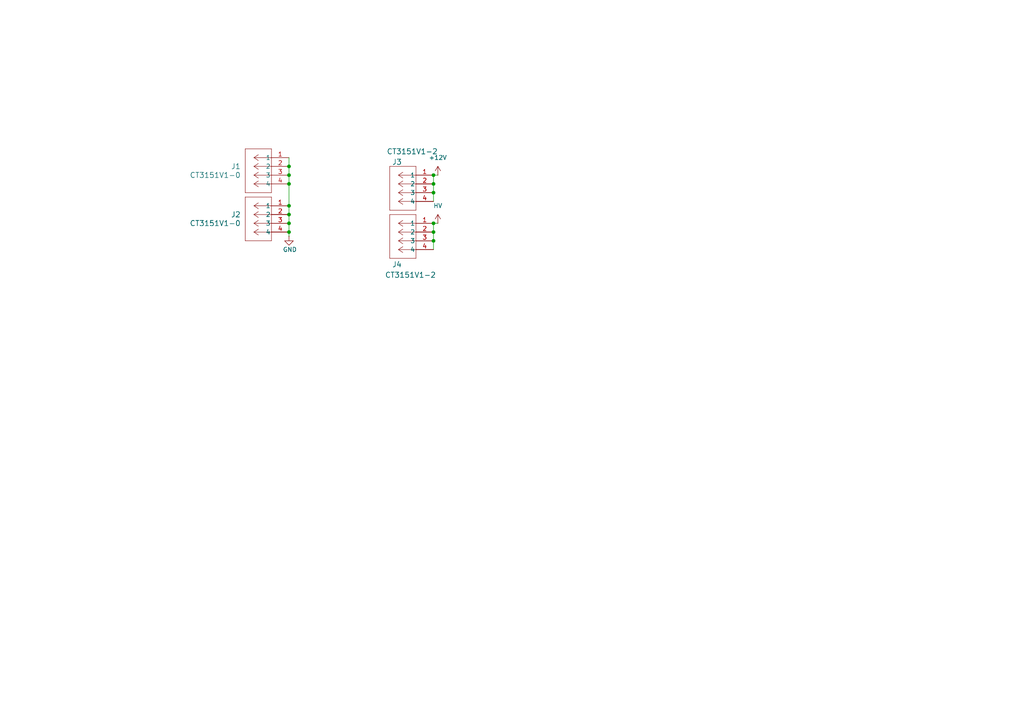
<source format=kicad_sch>
(kicad_sch (version 20231120) (generator "eeschema") (generator_version "8.0")
  (paper "A4")
  (lib_symbols
    (symbol "_PHASE:CT3151V1-0" (pin_names (offset 0.254))
      (property "Reference" "J" (at 8.89 6.35 0))
      (property "Value" "CT3151V1-0" (at 9.398 3.81 0))
      (symbol "CT3151V1-0_1_1"
        (polyline (pts (xy 5.08 -10.16) (xy 12.7 -10.16)) (stroke (width 0.127)))
        (polyline (pts (xy 5.08 2.54) (xy 5.08 -10.16)) (stroke (width 0.127)))
        (polyline (pts (xy 10.16 -7.62) (xy 5.08 -7.62)) (stroke (width 0.127)))
        (polyline (pts (xy 10.16 -7.62) (xy 8.89 -8.4667)) (stroke (width 0.127)))
        (polyline (pts (xy 10.16 -7.62) (xy 8.89 -6.7733)) (stroke (width 0.127)))
        (polyline (pts (xy 10.16 -5.08) (xy 5.08 -5.08)) (stroke (width 0.127)))
        (polyline (pts (xy 10.16 -5.08) (xy 8.89 -5.9267)) (stroke (width 0.127)))
        (polyline (pts (xy 10.16 -5.08) (xy 8.89 -4.2333)) (stroke (width 0.127)))
        (polyline (pts (xy 10.16 -2.54) (xy 5.08 -2.54)) (stroke (width 0.127)))
        (polyline (pts (xy 10.16 -2.54) (xy 8.89 -3.3867)) (stroke (width 0.127)))
        (polyline (pts (xy 10.16 -2.54) (xy 8.89 -1.6933)) (stroke (width 0.127)))
        (polyline (pts (xy 10.16 0) (xy 5.08 0)) (stroke (width 0.127)))
        (polyline (pts (xy 10.16 0) (xy 8.89 -0.8467)) (stroke (width 0.127)))
        (polyline (pts (xy 10.16 0) (xy 8.89 0.8467)) (stroke (width 0.127)))
        (polyline (pts (xy 12.7 -10.16) (xy 12.7 2.54)) (stroke (width 0.127)))
        (polyline (pts (xy 12.7 2.54) (xy 5.08 2.54)) (stroke (width 0.127)))
        (pin unspecified line (at 0 0 0) (length 5.08) (name "1") (number "1"))
        (pin unspecified line (at 0 -2.54 0) (length 5.08) (name "2") (number "2"))
        (pin unspecified line (at 0 -5.08 0) (length 5.08) (name "3") (number "3"))
        (pin unspecified line (at 0 -7.62 0) (length 5.08) (name "4") (number "4"))
      )
      (symbol "CT3151V1-0_1_2"
        (polyline (pts (xy 5.08 -10.16) (xy 12.7 -10.16)) (stroke (width 0.127)))
        (polyline (pts (xy 5.08 2.54) (xy 5.08 -10.16)) (stroke (width 0.127)))
        (polyline (pts (xy 7.62 -7.62) (xy 5.08 -7.62)) (stroke (width 0.127)))
        (polyline (pts (xy 7.62 -7.62) (xy 8.89 -8.4667)) (stroke (width 0.127)))
        (polyline (pts (xy 7.62 -7.62) (xy 8.89 -6.7733)) (stroke (width 0.127)))
        (polyline (pts (xy 7.62 -5.08) (xy 5.08 -5.08)) (stroke (width 0.127)))
        (polyline (pts (xy 7.62 -5.08) (xy 8.89 -5.9267)) (stroke (width 0.127)))
        (polyline (pts (xy 7.62 -5.08) (xy 8.89 -4.2333)) (stroke (width 0.127)))
        (polyline (pts (xy 7.62 -2.54) (xy 5.08 -2.54)) (stroke (width 0.127)))
        (polyline (pts (xy 7.62 -2.54) (xy 8.89 -3.3867)) (stroke (width 0.127)))
        (polyline (pts (xy 7.62 -2.54) (xy 8.89 -1.6933)) (stroke (width 0.127)))
        (polyline (pts (xy 7.62 0) (xy 5.08 0)) (stroke (width 0.127)))
        (polyline (pts (xy 7.62 0) (xy 8.89 -0.8467)) (stroke (width 0.127)))
        (polyline (pts (xy 7.62 0) (xy 8.89 0.8467)) (stroke (width 0.127)))
        (polyline (pts (xy 12.7 -10.16) (xy 12.7 2.54)) (stroke (width 0.127)))
        (polyline (pts (xy 12.7 2.54) (xy 5.08 2.54)) (stroke (width 0.127)))
        (pin unspecified line (at 0 0 0) (length 5.08) (name "1") (number "1"))
        (pin unspecified line (at 0 -2.54 0) (length 5.08) (name "2") (number "2"))
        (pin unspecified line (at 0 -5.08 0) (length 5.08) (name "3") (number "3"))
        (pin unspecified line (at 0 -7.62 0) (length 5.08) (name "4") (number "4"))
      )
    )
    (symbol "power:+12V" (power) (pin_numbers hide) (pin_names (offset 0) hide)
      (property "Value" "+12V" (at 0 3.556 0))
      (symbol "+12V_0_1"
        (polyline (pts (xy -0.762 1.27) (xy 0 2.54)))
        (polyline (pts (xy 0 0) (xy 0 2.54)))
        (polyline (pts (xy 0 2.54) (xy 0.762 1.27)))
      )
      (symbol "+12V_1_1"
        (pin power_in line (at 0 0 90) (length 0) (name "~") (number "1"))
      )
    )
    (symbol "power:GND" (power) (pin_numbers hide) (pin_names (offset 0) hide)
      (property "Value" "GND" (at 0 -3.81 0))
      (symbol "GND_0_1"
        (polyline (pts (xy 0 0) (xy 0 -1.27) (xy 1.27 -1.27) (xy 0 -2.54) (xy -1.27 -1.27) (xy 0 -1.27)))
      )
      (symbol "GND_1_1"
        (pin power_in line (at 0 0 270) (length 0) (name "~") (number "1"))
      )
    )
  )
  (junction (at 125.73 55.88))
  (junction (at 125.73 67.31))
  (junction (at 83.82 67.31))
  (junction (at 125.73 64.77))
  (junction (at 125.73 50.8))
  (junction (at 83.82 48.26))
  (junction (at 83.82 53.34))
  (junction (at 125.73 69.85))
  (junction (at 83.82 59.69))
  (junction (at 83.82 50.8))
  (junction (at 125.73 53.34))
  (junction (at 83.82 64.77))
  (junction (at 83.82 62.23))
  (wire (pts (xy 83.82 67.31) (xy 83.82 68.58)))
  (wire (pts (xy 83.82 50.8) (xy 83.82 53.34)))
  (wire (pts (xy 125.73 69.85) (xy 125.73 72.39)))
  (wire (pts (xy 83.82 64.77) (xy 83.82 67.31)))
  (wire (pts (xy 83.82 48.26) (xy 83.82 50.8)))
  (wire (pts (xy 83.82 62.23) (xy 83.82 64.77)))
  (wire (pts (xy 83.82 59.69) (xy 83.82 62.23)))
  (wire (pts (xy 83.82 53.34) (xy 83.82 59.69)))
  (wire (pts (xy 125.73 64.77) (xy 125.73 67.31)))
  (wire (pts (xy 125.73 67.31) (xy 125.73 69.85)))
  (wire (pts (xy 127 64.77) (xy 125.73 64.77)))
  (wire (pts (xy 125.73 55.88) (xy 125.73 58.42)))
  (wire (pts (xy 125.73 50.8) (xy 127 50.8)))
  (wire (pts (xy 83.82 45.72) (xy 83.82 48.26)))
  (wire (pts (xy 125.73 50.8) (xy 125.73 53.34)))
  (wire (pts (xy 125.73 53.34) (xy 125.73 55.88)))
  (symbol (lib_id "power:GND") (at 83.82 68.58 0) (unit 1)
    (property "Reference" "#PWR01" (effects (hide yes)))
    (property "Value" "GND" (at 84.074 72.39 0))
    (property "Description" "Power symbol creates a global label with name \"GND\" , ground" (effects (hide yes)))
  )
  (symbol (lib_id "_PHASE:CT3151V1-0") (at 83.82 45.72 0) (mirror y) (unit 1)
    (property "Reference" "J1" (at 69.85 48.2599 0) (effects (font (size 1.524 1.524)) (justify left)))
    (property "Value" "CT3151V1-0" (at 69.85 50.7999 0) (effects (font (size 1.524 1.524)) (justify left)))
    (property "Footprint" "726_footprints:banana_plug_CT3151V1-0" (effects (hide yes)))
    (property "Datasheet" "CT3151V1-0" (effects (hide yes)))
  )
  (symbol (lib_id "_PHASE:CT3151V1-0") (at 125.73 50.8 0) (mirror y) (unit 1)
    (property "Reference" "J3" (at 116.586 46.99 0) (effects (font (size 1.524 1.524)) (justify left)))
    (property "Value" "CT3151V1-2" (at 127 43.942 0) (effects (font (size 1.524 1.524)) (justify left)))
    (property "Footprint" "726_footprints:banana_plug_CT3151V1-0" (effects (hide yes)))
    (property "Datasheet" "CT3151V1-0" (effects (hide yes)))
  )
  (symbol (lib_id "_PHASE:CT3151V1-0") (at 83.82 59.69 0) (mirror y) (unit 1)
    (property "Reference" "J2" (at 69.85 62.2299 0) (effects (font (size 1.524 1.524)) (justify left)))
    (property "Value" "CT3151V1-0" (at 69.85 64.7699 0) (effects (font (size 1.524 1.524)) (justify left)))
    (property "Footprint" "726_footprints:banana_plug_CT3151V1-0" (effects (hide yes)))
    (property "Datasheet" "CT3151V1-0" (effects (hide yes)))
  )
  (symbol (lib_id "_PHASE:CT3151V1-0") (at 125.73 64.77 0) (mirror y) (unit 1)
    (property "Reference" "J4" (at 116.586 76.708 0) (effects (font (size 1.524 1.524)) (justify left)))
    (property "Value" "CT3151V1-2" (at 126.492 79.756 0) (effects (font (size 1.524 1.524)) (justify left)))
    (property "Footprint" "726_footprints:CONN_RF2-04A-T-00-50-G_ADM" (effects (hide yes)))
    (property "Datasheet" "CT3151V1-0" (effects (hide yes)))
  )
  (symbol (lib_id "power:+12V") (at 127 50.8 0) (unit 1)
    (property "Reference" "#PWR02" (effects (hide yes)))
    (property "Value" "+12V" (at 127 45.72 0))
    (property "Description" "Power symbol creates a global label with name \"+12V\"" (effects (hide yes)))
  )
  (symbol (lib_id "power:+12V") (at 127 64.77 0) (unit 1)
    (property "Reference" "#PWR03" (effects (hide yes)))
    (property "Value" "HV" (at 127 59.69 0))
    (property "Description" "Power symbol creates a global label with name \"+12V\"" (effects (hide yes)))
  )
)
</source>
